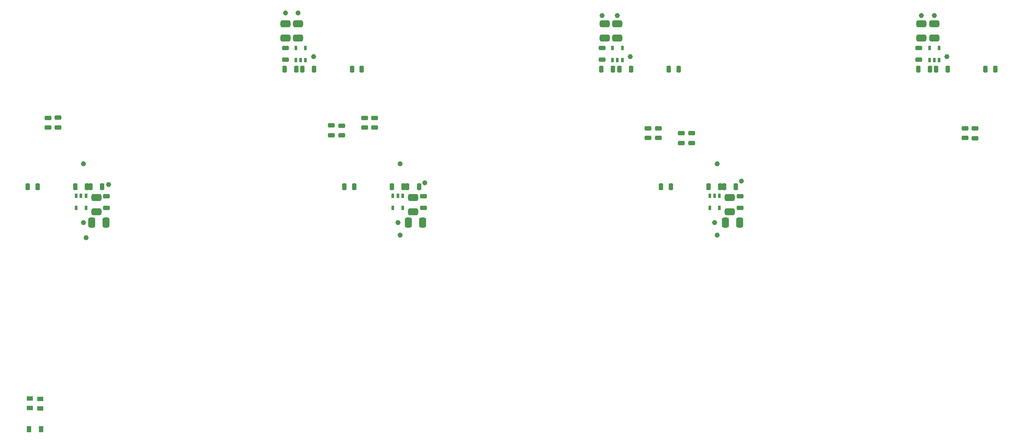
<source format=gbp>
G04*
G04 #@! TF.GenerationSoftware,Altium Limited,Altium Designer,24.1.2 (44)*
G04*
G04 Layer_Color=128*
%FSLAX44Y44*%
%MOMM*%
G71*
G04*
G04 #@! TF.SameCoordinates,79274CF1-F64A-4BB2-BB1D-09D00C332B84*
G04*
G04*
G04 #@! TF.FilePolarity,Positive*
G04*
G01*
G75*
%ADD18C,1.0000*%
%ADD19R,0.9000X1.3000*%
G04:AMPARAMS|DCode=25|XSize=1.95mm|YSize=1.4mm|CornerRadius=0.35mm|HoleSize=0mm|Usage=FLASHONLY|Rotation=0.000|XOffset=0mm|YOffset=0mm|HoleType=Round|Shape=RoundedRectangle|*
%AMROUNDEDRECTD25*
21,1,1.9500,0.7000,0,0,0.0*
21,1,1.2500,1.4000,0,0,0.0*
1,1,0.7000,0.6250,-0.3500*
1,1,0.7000,-0.6250,-0.3500*
1,1,0.7000,-0.6250,0.3500*
1,1,0.7000,0.6250,0.3500*
%
%ADD25ROUNDEDRECTD25*%
G04:AMPARAMS|DCode=29|XSize=1.95mm|YSize=1.4mm|CornerRadius=0.35mm|HoleSize=0mm|Usage=FLASHONLY|Rotation=90.000|XOffset=0mm|YOffset=0mm|HoleType=Round|Shape=RoundedRectangle|*
%AMROUNDEDRECTD29*
21,1,1.9500,0.7000,0,0,90.0*
21,1,1.2500,1.4000,0,0,90.0*
1,1,0.7000,0.3500,0.6250*
1,1,0.7000,0.3500,-0.6250*
1,1,0.7000,-0.3500,-0.6250*
1,1,0.7000,-0.3500,0.6250*
%
%ADD29ROUNDEDRECTD29*%
G04:AMPARAMS|DCode=30|XSize=0.9mm|YSize=1.3mm|CornerRadius=0.225mm|HoleSize=0mm|Usage=FLASHONLY|Rotation=180.000|XOffset=0mm|YOffset=0mm|HoleType=Round|Shape=RoundedRectangle|*
%AMROUNDEDRECTD30*
21,1,0.9000,0.8500,0,0,180.0*
21,1,0.4500,1.3000,0,0,180.0*
1,1,0.4500,-0.2250,0.4250*
1,1,0.4500,0.2250,0.4250*
1,1,0.4500,0.2250,-0.4250*
1,1,0.4500,-0.2250,-0.4250*
%
%ADD30ROUNDEDRECTD30*%
G04:AMPARAMS|DCode=31|XSize=0.9mm|YSize=1.3mm|CornerRadius=0.225mm|HoleSize=0mm|Usage=FLASHONLY|Rotation=270.000|XOffset=0mm|YOffset=0mm|HoleType=Round|Shape=RoundedRectangle|*
%AMROUNDEDRECTD31*
21,1,0.9000,0.8500,0,0,270.0*
21,1,0.4500,1.3000,0,0,270.0*
1,1,0.4500,-0.4250,-0.2250*
1,1,0.4500,-0.4250,0.2250*
1,1,0.4500,0.4250,0.2250*
1,1,0.4500,0.4250,-0.2250*
%
%ADD31ROUNDEDRECTD31*%
%ADD34R,1.3000X0.9000*%
G04:AMPARAMS|DCode=101|XSize=0.4468mm|YSize=0.8968mm|CornerRadius=0.0609mm|HoleSize=0mm|Usage=FLASHONLY|Rotation=0.000|XOffset=0mm|YOffset=0mm|HoleType=Round|Shape=RoundedRectangle|*
%AMROUNDEDRECTD101*
21,1,0.4468,0.7750,0,0,0.0*
21,1,0.3250,0.8968,0,0,0.0*
1,1,0.1218,0.1625,-0.3875*
1,1,0.1218,-0.1625,-0.3875*
1,1,0.1218,-0.1625,0.3875*
1,1,0.1218,0.1625,0.3875*
%
%ADD101ROUNDEDRECTD101*%
D18*
X595000Y850000D02*
D03*
X193758Y599309D02*
D03*
X760000Y525000D02*
D03*
X812801Y602253D02*
D03*
X1385000Y640000D02*
D03*
X145000Y525000D02*
D03*
Y640000D02*
D03*
X1432901Y605678D02*
D03*
X1380000Y525000D02*
D03*
X765000Y640000D02*
D03*
X150000Y495000D02*
D03*
X1215000Y850000D02*
D03*
X1835000D02*
D03*
X1385000Y500000D02*
D03*
X765000D02*
D03*
X1810000Y930000D02*
D03*
X1190000D02*
D03*
X565000Y935000D02*
D03*
X1160000Y930000D02*
D03*
X540000Y935000D02*
D03*
X1785000Y930000D02*
D03*
D19*
X61500Y120000D02*
D03*
X38500D02*
D03*
D25*
X170000Y574000D02*
D03*
Y546000D02*
D03*
X790000Y574000D02*
D03*
Y546000D02*
D03*
X1410000Y574000D02*
D03*
Y546000D02*
D03*
X1810000Y886000D02*
D03*
Y914000D02*
D03*
X1785000D02*
D03*
Y886000D02*
D03*
X565000Y914000D02*
D03*
Y886000D02*
D03*
X1190000Y914000D02*
D03*
Y886000D02*
D03*
X1165000D02*
D03*
Y914000D02*
D03*
X540000Y886000D02*
D03*
Y914000D02*
D03*
D29*
X189000Y525000D02*
D03*
X161000D02*
D03*
X1429000D02*
D03*
X1401000D02*
D03*
X809000D02*
D03*
X781000D02*
D03*
D30*
X689500Y825000D02*
D03*
X670500D02*
D03*
X674500Y595000D02*
D03*
X655500D02*
D03*
X1929500Y825000D02*
D03*
X1910500D02*
D03*
X1294500Y595000D02*
D03*
X1275500D02*
D03*
X771500D02*
D03*
X748500D02*
D03*
X1391500D02*
D03*
X1368500D02*
D03*
X1309500Y825000D02*
D03*
X1290500D02*
D03*
X778500Y595000D02*
D03*
X801500D02*
D03*
X158500D02*
D03*
X181500D02*
D03*
X55000D02*
D03*
X36000D02*
D03*
X1193500Y825000D02*
D03*
X1216500D02*
D03*
X596500D02*
D03*
X573500D02*
D03*
X561500D02*
D03*
X538500D02*
D03*
X1181500D02*
D03*
X1158500D02*
D03*
X1801500D02*
D03*
X1778500D02*
D03*
X1836500D02*
D03*
X1813500D02*
D03*
X1398500Y595000D02*
D03*
X1421500D02*
D03*
X128500D02*
D03*
X151500D02*
D03*
D31*
X1870000Y709500D02*
D03*
Y690500D02*
D03*
X650000Y714500D02*
D03*
Y695500D02*
D03*
X715000Y710500D02*
D03*
Y729500D02*
D03*
X695000Y710500D02*
D03*
Y729500D02*
D03*
X1335000Y680500D02*
D03*
Y699500D02*
D03*
X1315000Y680500D02*
D03*
Y699500D02*
D03*
X630000Y715000D02*
D03*
Y696000D02*
D03*
X1270000Y709500D02*
D03*
Y690500D02*
D03*
X1250000Y709500D02*
D03*
Y690500D02*
D03*
X1890000Y709000D02*
D03*
Y690000D02*
D03*
X1780000Y866500D02*
D03*
Y843500D02*
D03*
X1160000Y866500D02*
D03*
Y843500D02*
D03*
X540000Y866500D02*
D03*
Y843500D02*
D03*
X1430000Y553500D02*
D03*
Y576500D02*
D03*
X810000Y553500D02*
D03*
Y576500D02*
D03*
X190000Y553500D02*
D03*
Y576500D02*
D03*
X95000Y711000D02*
D03*
Y730000D02*
D03*
X75000Y710500D02*
D03*
Y729500D02*
D03*
D34*
X60000Y160500D02*
D03*
Y179500D02*
D03*
X40000Y161000D02*
D03*
Y180000D02*
D03*
D101*
X1819500Y867000D02*
D03*
X1800500D02*
D03*
Y843000D02*
D03*
X1810000D02*
D03*
X1819500D02*
D03*
X1199500Y867000D02*
D03*
X1180500D02*
D03*
Y843000D02*
D03*
X1190000D02*
D03*
X1199500D02*
D03*
X579500Y867000D02*
D03*
X560500D02*
D03*
Y843000D02*
D03*
X570000D02*
D03*
X579500D02*
D03*
X1370500Y553000D02*
D03*
X1389500D02*
D03*
Y577000D02*
D03*
X1380000D02*
D03*
X1370500D02*
D03*
X750500Y553000D02*
D03*
X769500D02*
D03*
Y577000D02*
D03*
X760000D02*
D03*
X750500D02*
D03*
X130500Y553000D02*
D03*
X149500D02*
D03*
Y577000D02*
D03*
X140000D02*
D03*
X130500D02*
D03*
M02*

</source>
